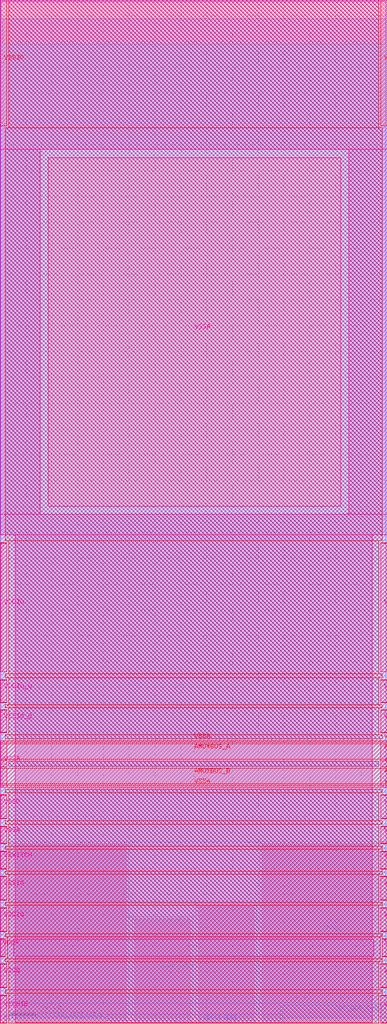
<source format=lef>
VERSION 5.7 ;
  NOWIREEXTENSIONATPIN ON ;
  DIVIDERCHAR "/" ;
  BUSBITCHARS "[]" ;
MACRO sky130_ef_io__vssa_lvc_pad
  CLASS PAD POWER ;
  FOREIGN sky130_ef_io__vssa_lvc_pad ;
  ORIGIN 0.000 0.000 ;
  SIZE 75.000 BY 197.965 ;
  PIN AMUXBUS_A
    DIRECTION INOUT ;
    USE SIGNAL ;
    PORT
      LAYER met4 ;
        RECT 0.000 51.090 75.000 54.070 ;
    END
    PORT
      LAYER met4 ;
        RECT 73.730 51.090 75.000 54.070 ;
    END
  END AMUXBUS_A
  PIN AMUXBUS_B
    DIRECTION INOUT ;
    USE SIGNAL ;
    PORT
      LAYER met4 ;
        RECT 0.000 46.330 75.000 49.310 ;
    END
    PORT
      LAYER met4 ;
        RECT 73.730 46.330 75.000 49.310 ;
    END
  END AMUXBUS_B
  PIN DRN_LVC1
    DIRECTION INOUT ;
    USE POWER ;
    PORT
      LAYER met3 ;
        RECT 26.000 -0.035 36.880 20.185 ;
    END
  END DRN_LVC1
  PIN DRN_LVC2
    DIRECTION INOUT ;
    USE POWER ;
    PORT
      LAYER met3 ;
        RECT 38.380 -0.035 49.255 22.865 ;
    END
  END DRN_LVC2
  PIN SRC_BDY_LVC1
    DIRECTION INOUT ;
    USE GROUND ;
    PORT
      LAYER met2 ;
        RECT 0.500 -0.035 20.495 1.450 ;
    END
  END SRC_BDY_LVC1
  PIN SRC_BDY_LVC2
    DIRECTION INOUT ;
    USE GROUND ;
    PORT
      LAYER met2 ;
        RECT 54.715 -0.035 74.700 3.625 ;
    END
  END SRC_BDY_LVC2
  PIN BDY2_B2B
    DIRECTION INOUT ;
    USE GROUND ;
    PORT
      LAYER met2 ;
        RECT 34.440 -0.035 44.440 0.290 ;
    END
  END BDY2_B2B
  PIN VSSA
    DIRECTION INOUT ;
    USE GROUND ;
    PORT
      LAYER met4 ;
        RECT 0.000 34.700 1.270 38.150 ;
    END
    PORT
      LAYER met4 ;
        RECT 0.000 54.370 75.000 54.700 ;
    END
    PORT
      LAYER met4 ;
        RECT 0.000 49.610 1.270 50.790 ;
    END
    PORT
      LAYER met4 ;
        RECT 0.000 45.700 75.000 46.030 ;
    END
    PORT
      LAYER met4 ;
        RECT 73.730 34.700 75.000 38.150 ;
    END
    PORT
      LAYER met4 ;
        RECT 73.730 45.700 75.000 46.030 ;
    END
    PORT
      LAYER met4 ;
        RECT 73.730 54.370 75.000 54.700 ;
    END
    PORT
      LAYER met4 ;
        RECT 73.730 49.610 75.000 50.790 ;
    END
    PORT
      LAYER met5 ;
        RECT 0.000 34.805 1.270 38.050 ;
    END
    PORT
      LAYER met5 ;
        RECT 0.000 45.700 1.270 54.700 ;
    END
    PORT
      LAYER met5 ;
        RECT 73.730 34.805 75.000 38.050 ;
    END
    PORT
      LAYER met5 ;
        RECT 73.730 45.700 75.000 54.700 ;
    END
    PORT
      LAYER met3 ;
        RECT 0.500 -0.035 24.500 34.725 ;
    END
    PORT
      LAYER met3 ;
        RECT 50.755 -0.035 74.700 34.725 ;
    END
    PORT
      LAYER met5 ;
        RECT 9.315 100.105 65.955 167.535 ;
    END
  END VSSA
  PIN VDDA
    DIRECTION INOUT ;
    USE POWER ;
    PORT
      LAYER met4 ;
        RECT 0.000 12.900 0.965 16.350 ;
    END
    PORT
      LAYER met4 ;
        RECT 74.035 12.900 75.000 16.350 ;
    END
    PORT
      LAYER met5 ;
        RECT 0.000 13.000 0.965 16.250 ;
    END
    PORT
      LAYER met5 ;
        RECT 74.035 13.000 75.000 16.250 ;
    END
  END VDDA
  PIN VSWITCH
    DIRECTION INOUT ;
    USE POWER ;
    PORT
      LAYER met4 ;
        RECT 0.000 29.850 1.270 33.300 ;
    END
    PORT
      LAYER met4 ;
        RECT 73.730 29.850 75.000 33.300 ;
    END
    PORT
      LAYER met5 ;
        RECT 0.000 29.950 1.270 33.200 ;
    END
    PORT
      LAYER met5 ;
        RECT 73.730 29.950 75.000 33.200 ;
    END
  END VSWITCH
  PIN VDDIO_Q
    DIRECTION INOUT ;
    USE POWER ;
    PORT
      LAYER met4 ;
        RECT 0.000 62.050 1.270 66.500 ;
    END
    PORT
      LAYER met4 ;
        RECT 73.730 62.050 75.000 66.500 ;
    END
    PORT
      LAYER met5 ;
        RECT 0.000 62.150 1.270 66.400 ;
    END
    PORT
      LAYER met5 ;
        RECT 73.730 62.150 75.000 66.400 ;
    END
  END VDDIO_Q
  PIN VCCHIB
    DIRECTION INOUT ;
    USE POWER ;
    PORT
      LAYER met4 ;
        RECT 0.000 0.000 1.270 5.450 ;
    END
    PORT
      LAYER met4 ;
        RECT 73.730 0.000 75.000 5.450 ;
    END
    PORT
      LAYER met5 ;
        RECT 0.000 0.100 1.270 5.350 ;
    END
    PORT
      LAYER met5 ;
        RECT 73.730 0.100 75.000 5.350 ;
    END
  END VCCHIB
  PIN VDDIO
    DIRECTION INOUT ;
    USE POWER ;
    PORT
      LAYER met4 ;
        RECT 0.000 68.000 1.270 92.965 ;
    END
    PORT
      LAYER met4 ;
        RECT 0.000 17.750 1.270 22.400 ;
    END
    PORT
      LAYER met4 ;
        RECT 73.730 68.000 75.000 92.965 ;
    END
    PORT
      LAYER met4 ;
        RECT 73.730 17.750 75.000 22.400 ;
    END
    PORT
      LAYER met5 ;
        RECT 0.000 17.850 1.270 22.300 ;
    END
    PORT
      LAYER met5 ;
        RECT 0.000 68.000 1.270 92.950 ;
    END
    PORT
      LAYER met5 ;
        RECT 73.730 17.850 75.000 22.300 ;
    END
    PORT
      LAYER met5 ;
        RECT 73.730 68.000 75.000 92.950 ;
    END
  END VDDIO
  PIN VCCD
    DIRECTION INOUT ;
    USE POWER ;
    PORT
      LAYER met4 ;
        RECT 0.000 6.850 1.270 11.500 ;
    END
    PORT
      LAYER met4 ;
        RECT 73.730 6.850 75.000 11.500 ;
    END
    PORT
      LAYER met5 ;
        RECT 0.000 6.950 1.270 11.400 ;
    END
    PORT
      LAYER met5 ;
        RECT 73.730 6.950 75.000 11.400 ;
    END
  END VCCD
  PIN VSSIO
    DIRECTION INOUT ;
    USE GROUND ;
    PORT
      LAYER met4 ;
        RECT 0.000 23.800 1.270 28.450 ;
    END
    PORT
      LAYER met4 ;
        RECT 0.000 173.750 1.270 197.965 ;
    END
    PORT
      LAYER met4 ;
        RECT 73.730 173.750 75.000 197.965 ;
    END
    PORT
      LAYER met4 ;
        RECT 73.730 23.800 75.000 28.450 ;
    END
    PORT
      LAYER met5 ;
        RECT 0.000 23.900 1.270 28.350 ;
    END
    PORT
      LAYER met5 ;
        RECT 73.730 23.900 75.000 28.350 ;
    END
  END VSSIO
  PIN VSSD
    DIRECTION INOUT ;
    USE GROUND ;
    PORT
      LAYER met4 ;
        RECT 0.000 39.550 1.270 44.200 ;
    END
    PORT
      LAYER met4 ;
        RECT 73.730 39.550 75.000 44.200 ;
    END
    PORT
      LAYER met5 ;
        RECT 0.000 39.650 1.270 44.100 ;
    END
    PORT
      LAYER met5 ;
        RECT 73.730 39.650 75.000 44.100 ;
    END
  END VSSD
  PIN VSSIO_Q
    DIRECTION INOUT ;
    USE GROUND ;
    PORT
      LAYER met4 ;
        RECT 0.000 56.200 1.270 60.650 ;
    END
    PORT
      LAYER met4 ;
        RECT 73.730 56.200 75.000 60.650 ;
    END
    PORT
      LAYER met5 ;
        RECT 0.000 56.300 1.270 60.550 ;
    END
    PORT
      LAYER met5 ;
        RECT 73.730 56.300 75.000 60.550 ;
    END
  END VSSIO_Q
  OBS
      LAYER li1 ;
        RECT 0.240 0.985 74.755 197.745 ;
      LAYER met1 ;
        RECT 0.120 0.000 74.785 197.805 ;
      LAYER met2 ;
        RECT 0.500 3.905 74.700 194.395 ;
        RECT 0.500 1.730 54.435 3.905 ;
        RECT 20.775 0.570 54.435 1.730 ;
        RECT 20.775 0.000 34.160 0.570 ;
        RECT 44.720 0.000 54.435 0.570 ;
      LAYER met3 ;
        RECT 0.490 35.125 74.700 189.480 ;
        RECT 24.900 23.265 50.355 35.125 ;
        RECT 24.900 20.585 37.980 23.265 ;
        RECT 24.900 1.545 25.600 20.585 ;
        RECT 37.280 1.545 37.980 20.585 ;
        RECT 49.655 1.545 50.355 23.265 ;
      LAYER met4 ;
        RECT 1.670 173.350 73.330 197.965 ;
        RECT 0.965 93.365 74.035 173.350 ;
        RECT 1.670 67.600 73.330 93.365 ;
        RECT 0.965 66.900 74.035 67.600 ;
        RECT 1.670 61.650 73.330 66.900 ;
        RECT 0.965 61.050 74.035 61.650 ;
        RECT 1.670 55.800 73.330 61.050 ;
        RECT 0.965 55.100 74.035 55.800 ;
        RECT 1.670 49.710 73.330 50.690 ;
        RECT 0.965 44.600 74.035 45.300 ;
        RECT 1.670 39.150 73.330 44.600 ;
        RECT 0.965 38.550 74.035 39.150 ;
        RECT 1.670 34.300 73.330 38.550 ;
        RECT 0.965 33.700 74.035 34.300 ;
        RECT 1.670 29.450 73.330 33.700 ;
        RECT 0.965 28.850 74.035 29.450 ;
        RECT 1.670 23.400 73.330 28.850 ;
        RECT 0.965 22.800 74.035 23.400 ;
        RECT 1.670 17.350 73.330 22.800 ;
        RECT 0.965 16.750 74.035 17.350 ;
        RECT 1.365 12.500 73.635 16.750 ;
        RECT 0.965 11.900 74.035 12.500 ;
        RECT 1.670 6.450 73.330 11.900 ;
        RECT 0.965 5.850 74.035 6.450 ;
        RECT 1.670 0.000 73.330 5.850 ;
      LAYER met5 ;
        RECT 0.000 169.135 75.000 197.965 ;
        RECT 0.000 98.505 7.715 169.135 ;
        RECT 67.555 98.505 75.000 169.135 ;
        RECT 0.000 94.550 75.000 98.505 ;
        RECT 2.870 16.250 72.130 94.550 ;
        RECT 2.565 13.000 72.435 16.250 ;
        RECT 2.870 0.100 72.130 13.000 ;
  END
END sky130_ef_io__vssa_lvc_pad
END LIBRARY


</source>
